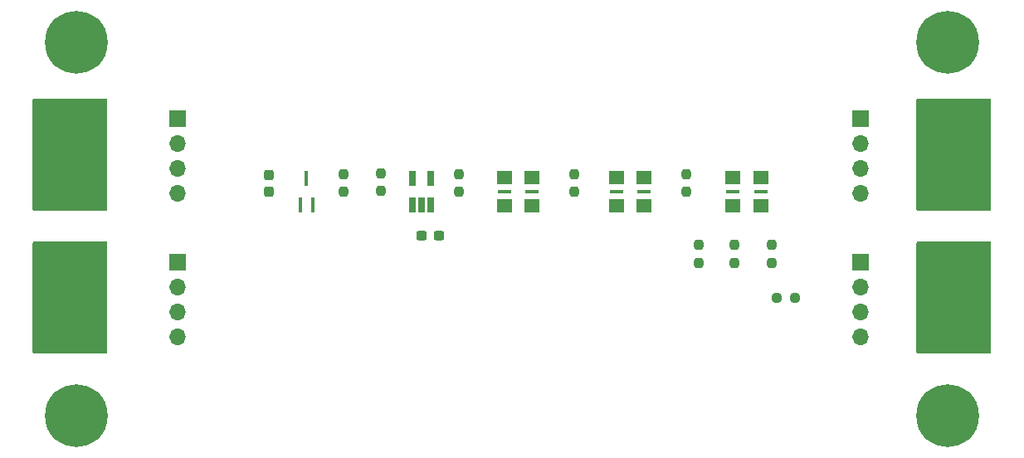
<source format=gbr>
%TF.GenerationSoftware,KiCad,Pcbnew,7.0.2*%
%TF.CreationDate,2023-06-12T21:50:36-07:00*%
%TF.ProjectId,latch,6c617463-682e-46b6-9963-61645f706362,A*%
%TF.SameCoordinates,Original*%
%TF.FileFunction,Soldermask,Top*%
%TF.FilePolarity,Negative*%
%FSLAX46Y46*%
G04 Gerber Fmt 4.6, Leading zero omitted, Abs format (unit mm)*
G04 Created by KiCad (PCBNEW 7.0.2) date 2023-06-12 21:50:36*
%MOMM*%
%LPD*%
G01*
G04 APERTURE LIST*
G04 Aperture macros list*
%AMRoundRect*
0 Rectangle with rounded corners*
0 $1 Rounding radius*
0 $2 $3 $4 $5 $6 $7 $8 $9 X,Y pos of 4 corners*
0 Add a 4 corners polygon primitive as box body*
4,1,4,$2,$3,$4,$5,$6,$7,$8,$9,$2,$3,0*
0 Add four circle primitives for the rounded corners*
1,1,$1+$1,$2,$3*
1,1,$1+$1,$4,$5*
1,1,$1+$1,$6,$7*
1,1,$1+$1,$8,$9*
0 Add four rect primitives between the rounded corners*
20,1,$1+$1,$2,$3,$4,$5,0*
20,1,$1+$1,$4,$5,$6,$7,0*
20,1,$1+$1,$6,$7,$8,$9,0*
20,1,$1+$1,$8,$9,$2,$3,0*%
G04 Aperture macros list end*
%ADD10R,1.500000X1.450000*%
%ADD11R,1.450000X0.450000*%
%ADD12R,0.450000X1.500000*%
%ADD13RoundRect,0.237500X-0.237500X0.250000X-0.237500X-0.250000X0.237500X-0.250000X0.237500X0.250000X0*%
%ADD14C,0.800000*%
%ADD15C,6.400000*%
%ADD16R,1.700000X1.700000*%
%ADD17O,1.700000X1.700000*%
%ADD18RoundRect,0.237500X0.237500X-0.250000X0.237500X0.250000X-0.237500X0.250000X-0.237500X-0.250000X0*%
%ADD19RoundRect,0.237500X-0.300000X-0.237500X0.300000X-0.237500X0.300000X0.237500X-0.300000X0.237500X0*%
%ADD20RoundRect,0.237500X-0.237500X0.300000X-0.237500X-0.300000X0.237500X-0.300000X0.237500X0.300000X0*%
%ADD21R,0.650000X1.560000*%
%ADD22RoundRect,0.237500X-0.250000X-0.237500X0.250000X-0.237500X0.250000X0.237500X-0.250000X0.237500X0*%
G04 APERTURE END LIST*
D10*
%TO.C,Q2*%
X161770000Y-97585000D03*
D11*
X161770000Y-99060000D03*
D10*
X161770000Y-100535000D03*
X164620000Y-100535000D03*
D11*
X164620000Y-99060000D03*
D10*
X164620000Y-97585000D03*
%TD*%
D12*
%TO.C,U1*%
X129525000Y-100390000D03*
X130825000Y-100390000D03*
X130175000Y-97730000D03*
%TD*%
D13*
%TO.C,R5*%
X168910000Y-97235000D03*
X168910000Y-99060000D03*
%TD*%
D10*
%TO.C,Q1*%
X150340000Y-97585000D03*
D11*
X150340000Y-99060000D03*
D10*
X150340000Y-100535000D03*
X153190000Y-100535000D03*
D11*
X153190000Y-99060000D03*
D10*
X153190000Y-97585000D03*
%TD*%
D13*
%TO.C,R6*%
X177645000Y-104497500D03*
X177645000Y-106322500D03*
%TD*%
D14*
%TO.C,H4*%
X193882944Y-120222944D03*
X193882944Y-123617056D03*
X197980000Y-121920000D03*
X193180000Y-121920000D03*
X195580000Y-119520000D03*
X197277056Y-120222944D03*
X195580000Y-124320000D03*
X197277056Y-123617056D03*
D15*
X195580000Y-121920000D03*
%TD*%
D16*
%TO.C,J1*%
X116995000Y-91645000D03*
D17*
X116995000Y-94185000D03*
X116995000Y-96725000D03*
X116995000Y-99265000D03*
%TD*%
D18*
%TO.C,R1*%
X133985000Y-99060000D03*
X133985000Y-97235000D03*
%TD*%
D19*
%TO.C,C2*%
X141925000Y-103505000D03*
X143650000Y-103505000D03*
%TD*%
D18*
%TO.C,R2*%
X137795000Y-98980000D03*
X137795000Y-97155000D03*
%TD*%
D20*
%TO.C,C1*%
X126365000Y-97335000D03*
X126365000Y-99060000D03*
%TD*%
D21*
%TO.C,U2*%
X140975000Y-100410000D03*
X141925000Y-100410000D03*
X142875000Y-100410000D03*
X142875000Y-97710000D03*
X140975000Y-97710000D03*
%TD*%
D13*
%TO.C,R3*%
X145735000Y-97235000D03*
X145735000Y-99060000D03*
%TD*%
D10*
%TO.C,Q3*%
X173680000Y-97585000D03*
D11*
X173680000Y-99060000D03*
D10*
X173680000Y-100535000D03*
X176530000Y-100535000D03*
D11*
X176530000Y-99060000D03*
D10*
X176530000Y-97585000D03*
%TD*%
D16*
%TO.C,J3*%
X186690000Y-91645000D03*
D17*
X186690000Y-94185000D03*
X186690000Y-96725000D03*
X186690000Y-99265000D03*
%TD*%
D13*
%TO.C,R8*%
X170180000Y-104497500D03*
X170180000Y-106322500D03*
%TD*%
D14*
%TO.C,H2*%
X106680000Y-119520000D03*
X109080000Y-121920000D03*
X104280000Y-121920000D03*
D15*
X106680000Y-121920000D03*
D14*
X108377056Y-120222944D03*
X104982944Y-123617056D03*
X104982944Y-120222944D03*
X106680000Y-124320000D03*
X108377056Y-123617056D03*
%TD*%
D13*
%TO.C,R4*%
X157480000Y-97235000D03*
X157480000Y-99060000D03*
%TD*%
D14*
%TO.C,H3*%
X104280000Y-83820000D03*
X108377056Y-85517056D03*
X108377056Y-82122944D03*
X109080000Y-83820000D03*
X104982944Y-82122944D03*
X106680000Y-81420000D03*
D15*
X106680000Y-83820000D03*
D14*
X104982944Y-85517056D03*
X106680000Y-86220000D03*
%TD*%
D13*
%TO.C,R7*%
X173835000Y-104497500D03*
X173835000Y-106322500D03*
%TD*%
D16*
%TO.C,J4*%
X186690000Y-106250000D03*
D17*
X186690000Y-108790000D03*
X186690000Y-111330000D03*
X186690000Y-113870000D03*
%TD*%
D14*
%TO.C,H1*%
X193882944Y-82122944D03*
X197277056Y-82122944D03*
X197277056Y-85517056D03*
X193180000Y-83820000D03*
X193882944Y-85517056D03*
X195580000Y-86220000D03*
X195580000Y-81420000D03*
D15*
X195580000Y-83820000D03*
D14*
X197980000Y-83820000D03*
%TD*%
D22*
%TO.C,R9*%
X178157500Y-109855000D03*
X179982500Y-109855000D03*
%TD*%
D16*
%TO.C,J2*%
X116995000Y-106250000D03*
D17*
X116995000Y-108790000D03*
X116995000Y-111330000D03*
X116995000Y-113870000D03*
%TD*%
G36*
X199967121Y-89555002D02*
G01*
X200013614Y-89608658D01*
X200025000Y-89661000D01*
X200025000Y-100839000D01*
X200004998Y-100907121D01*
X199951342Y-100953614D01*
X199899000Y-100965000D01*
X192531000Y-100965000D01*
X192462879Y-100944998D01*
X192416386Y-100891342D01*
X192405000Y-100839000D01*
X192405000Y-89661000D01*
X192425002Y-89592879D01*
X192478658Y-89546386D01*
X192531000Y-89535000D01*
X199899000Y-89535000D01*
X199967121Y-89555002D01*
G37*
G36*
X199967121Y-104160002D02*
G01*
X200013614Y-104213658D01*
X200025000Y-104266000D01*
X200025000Y-115444000D01*
X200004998Y-115512121D01*
X199951342Y-115558614D01*
X199899000Y-115570000D01*
X192531000Y-115570000D01*
X192462879Y-115549998D01*
X192416386Y-115496342D01*
X192405000Y-115444000D01*
X192405000Y-104266000D01*
X192425002Y-104197879D01*
X192478658Y-104151386D01*
X192531000Y-104140000D01*
X199899000Y-104140000D01*
X199967121Y-104160002D01*
G37*
G36*
X109797121Y-89555002D02*
G01*
X109843614Y-89608658D01*
X109855000Y-89661000D01*
X109855000Y-100839000D01*
X109834998Y-100907121D01*
X109781342Y-100953614D01*
X109729000Y-100965000D01*
X102361000Y-100965000D01*
X102292879Y-100944998D01*
X102246386Y-100891342D01*
X102235000Y-100839000D01*
X102235000Y-89661000D01*
X102255002Y-89592879D01*
X102308658Y-89546386D01*
X102361000Y-89535000D01*
X109729000Y-89535000D01*
X109797121Y-89555002D01*
G37*
G36*
X109797121Y-104160002D02*
G01*
X109843614Y-104213658D01*
X109855000Y-104266000D01*
X109855000Y-115444000D01*
X109834998Y-115512121D01*
X109781342Y-115558614D01*
X109729000Y-115570000D01*
X102361000Y-115570000D01*
X102292879Y-115549998D01*
X102246386Y-115496342D01*
X102235000Y-115444000D01*
X102235000Y-104266000D01*
X102255002Y-104197879D01*
X102308658Y-104151386D01*
X102361000Y-104140000D01*
X109729000Y-104140000D01*
X109797121Y-104160002D01*
G37*
M02*

</source>
